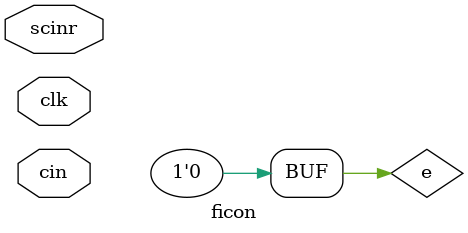
<source format=v>

module ficon(clk, scinr, cin);

input clk, scinr, cin;

wire [15:0] w_sys_bus, w_ir_data, w_mem_data, w_dr_data, w_ac_data;
wire [11:0] w_pc_data, w_ar_data;

wire [2:0] sel;
wire arldw, arinrw, pcinrw, irldw, mreadw, drldw, acldw, acandw, acaddw, acdrw;
wire [15:0] alout;
wire [14:0] carry;
reg e = 0; 
wire ew;

ar u2(arldw, 1'b0, arinrw, clk, w_sys_bus, w_ar_data);
pc u3(1'b0, 1'b0, pcinrw, clk, w_sys_bus, w_pc_data);
ir u4(irldw, clk, w_sys_bus, w_ir_data);
mem u5(mreadw, 1'b0, w_ar_data, w_sys_bus, w_mem_data);
dr u6(drldw, 1'b0, 1'b0, clk, w_sys_bus, w_dr_data);

bit1AdderLogic u10(w_ac_data, w_dr_data, acandw, acaddw, acdrw, cin, ew, alout);
bit1ac u26(acldw, 1'b0, clk, alout, w_ac_data);

cu u7(.irin(w_ir_data), .s(sel), .scinr(scinr), .clk(clk),
	.arld(arldw), .arinr(arinrw), .pcinr(pcinrw), .irld(irldw), .memread(mreadw), .drld(drldw), .acld(acldw),
	.acand(acandw), .acadd(acaddw), .acdr(acdrw));

bus u1(sel, w_mem_data, w_ar_data, w_pc_data, w_ir_data, w_dr_data, w_ac_data, 0, w_sys_bus);

/*
assign w_sys_bus = (sel == 3'b010) ? w_pc_data :
			(sel == 3'b101) ? w_ir_data :
			(sel == 3'b001) ? w_ar_data :
			(sel == 3'b111) ? w_mem_data :
			(sel == 3'b011) ? w_dr_data :
						16'bz;
*/

endmodule

</source>
